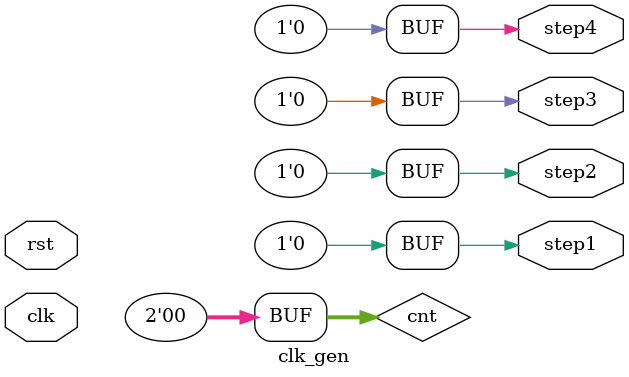
<source format=v>


module clk_gen(
	input clk,
	input rst,
	output reg step1,
	output reg step2,
	output reg step3,
	output reg step4
);

	always @(rst) begin
		cnt = 0;
		step1 = 0;
		step2 = 0;
		step3 = 0;
		step4 = 0;
	end

	reg [1:0] cnt;
	always @(posedge clk) begin
		if (cnt == 2'd0)
		begin
			step1 = 1'b1;
			step2 = 1'b0;
			step3 = 1'b0;
			step4 = 1'b0;
		end
		else if (cnt == 2'd1)
		begin
			step1 = 1'b0;
			step2 = 1'b1;
			step3 = 1'b0;
			step4 = 1'b0;
		end
		else if (cnt == 2'd2)
		begin
			step1 = 1'b0;
			step2 = 1'b0;
			step3 = 1'b1;
			step4 = 1'b0;
		end
		else if (cnt == 2'd3)
		begin
			step1 = 1'b0;
			step2 = 1'b0;
			step3 = 1'b0;
			step4 = 1'b1;
		end

		cnt = cnt+1;
	end

endmodule

</source>
